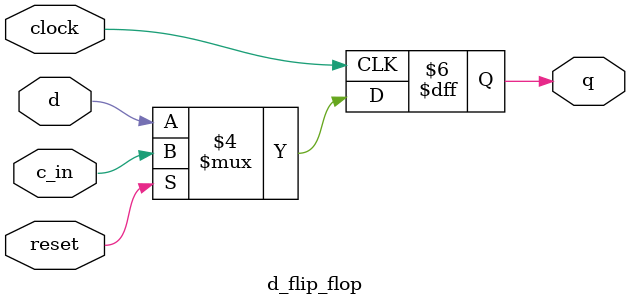
<source format=v>
`timescale 1ns / 1ps
module d_flip_flop(
    input clock,
    input reset,
    input d,
    input c_in,
    output reg q
    );
	
	always @(posedge clock)	//if reset=0, Q=D, else Q=cin
	begin	
		if(reset == 0)
			q = d;
		else
			q = c_in;
	end

endmodule

</source>
